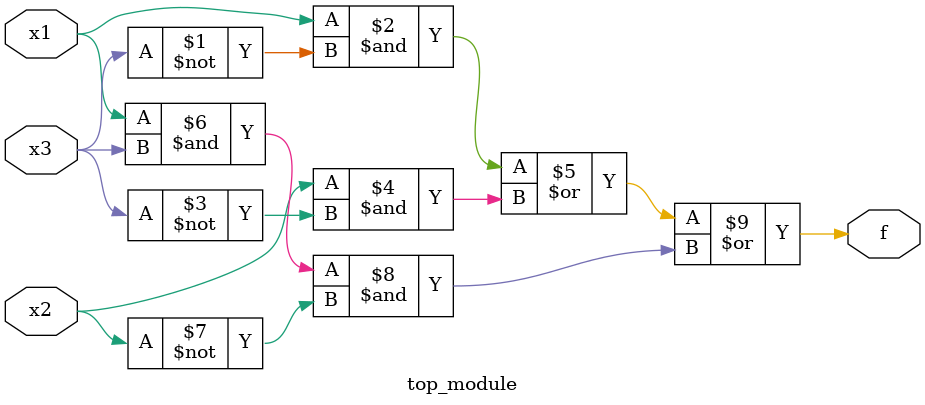
<source format=sv>
module top_module (
	input x3,
	input x2,
	input x1,
	output f
);

	assign f = (x1 & ~x3) | (x2 & ~x3) | (x1 & x3 & ~x2);

endmodule

</source>
